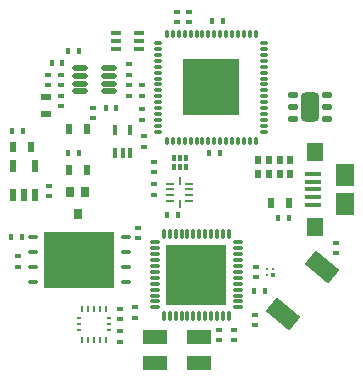
<source format=gtp>
%FSLAX24Y24*%
%MOIN*%
G70*
G01*
G75*
G04 Layer_Color=8421504*
%ADD10C,0.0100*%
G04:AMPARAMS|DCode=11|XSize=63mil|YSize=98.4mil|CornerRadius=15.7mil|HoleSize=0mil|Usage=FLASHONLY|Rotation=0.000|XOffset=0mil|YOffset=0mil|HoleType=Round|Shape=RoundedRectangle|*
%AMROUNDEDRECTD11*
21,1,0.0630,0.0669,0,0,0.0*
21,1,0.0315,0.0984,0,0,0.0*
1,1,0.0315,0.0157,-0.0335*
1,1,0.0315,-0.0157,-0.0335*
1,1,0.0315,-0.0157,0.0335*
1,1,0.0315,0.0157,0.0335*
%
%ADD11ROUNDEDRECTD11*%
G04:AMPARAMS|DCode=12|XSize=33.5mil|YSize=17.7mil|CornerRadius=4.4mil|HoleSize=0mil|Usage=FLASHONLY|Rotation=0.000|XOffset=0mil|YOffset=0mil|HoleType=Round|Shape=RoundedRectangle|*
%AMROUNDEDRECTD12*
21,1,0.0335,0.0089,0,0,0.0*
21,1,0.0246,0.0177,0,0,0.0*
1,1,0.0089,0.0123,-0.0044*
1,1,0.0089,-0.0123,-0.0044*
1,1,0.0089,-0.0123,0.0044*
1,1,0.0089,0.0123,0.0044*
%
%ADD12ROUNDEDRECTD12*%
%ADD13O,0.0335X0.0110*%
%ADD14O,0.0110X0.0335*%
%ADD15R,0.2028X0.2028*%
%ADD16R,0.1850X0.1850*%
%ADD17O,0.0110X0.0315*%
%ADD18O,0.0315X0.0110*%
%ADD19O,0.0276X0.0098*%
%ADD20O,0.0098X0.0276*%
%ADD21O,0.0532X0.0177*%
%ADD22R,0.0142X0.0142*%
%ADD23R,0.0110X0.0110*%
G04:AMPARAMS|DCode=24|XSize=59.1mil|YSize=102.4mil|CornerRadius=0mil|HoleSize=0mil|Usage=FLASHONLY|Rotation=230.000|XOffset=0mil|YOffset=0mil|HoleType=Round|Shape=Rectangle|*
%AMROTATEDRECTD24*
4,1,4,-0.0202,0.0555,0.0582,-0.0103,0.0202,-0.0555,-0.0582,0.0103,-0.0202,0.0555,0.0*
%
%ADD24ROTATEDRECTD24*%

%ADD25R,0.0551X0.0630*%
%ADD26R,0.0630X0.0748*%
%ADD27R,0.0532X0.0157*%
%ADD28R,0.0138X0.0098*%
%ADD29R,0.0098X0.0187*%
%ADD30R,0.0217X0.0394*%
%ADD31R,0.0118X0.0193*%
%ADD32R,0.0118X0.0209*%
%ADD33R,0.0787X0.0472*%
%ADD34R,0.0335X0.0157*%
%ADD35R,0.0157X0.0335*%
%ADD36R,0.0276X0.0354*%
%ADD37R,0.0197X0.0315*%
%ADD38O,0.0315X0.0157*%
%ADD39R,0.2362X0.1890*%
%ADD40R,0.0236X0.0157*%
%ADD41R,0.0197X0.0354*%
%ADD42R,0.0157X0.0236*%
%ADD43R,0.0354X0.0197*%
%ADD44C,0.0060*%
%ADD45C,0.0050*%
%ADD46C,0.0120*%
%ADD47C,0.0181*%
%ADD48C,0.0080*%
%ADD49C,0.0150*%
%ADD50C,0.1260*%
%ADD51C,0.0630*%
%ADD52C,0.0180*%
%ADD53C,0.0197*%
%ADD54C,0.0276*%
%ADD55C,0.0260*%
%ADD56C,0.0220*%
%ADD57C,0.0200*%
%ADD58R,0.0236X0.0610*%
%ADD59R,0.0472X0.0709*%
%ADD60R,0.0591X0.0236*%
%ADD61R,0.0236X0.0591*%
%ADD62R,0.0512X0.0217*%
%ADD63R,0.1299X0.1299*%
%ADD64O,0.0315X0.0098*%
%ADD65O,0.0098X0.0315*%
%ADD66C,0.0098*%
%ADD67C,0.0039*%
%ADD68C,0.0079*%
%ADD69C,0.0047*%
G04:AMPARAMS|DCode=70|XSize=43.3mil|YSize=55.1mil|CornerRadius=0mil|HoleSize=0mil|Usage=FLASHONLY|Rotation=230.000|XOffset=0mil|YOffset=0mil|HoleType=Round|Shape=Rectangle|*
%AMROTATEDRECTD70*
4,1,4,-0.0072,0.0343,0.0350,-0.0011,0.0072,-0.0343,-0.0350,0.0011,-0.0072,0.0343,0.0*
%
%ADD70ROTATEDRECTD70*%

D11*
X4450Y2750D02*
D03*
D12*
X3879Y3144D02*
D03*
Y2750D02*
D03*
X5021Y3144D02*
D03*
Y2750D02*
D03*
X3879Y2356D02*
D03*
X5021D02*
D03*
D13*
X2028Y-3933D02*
D03*
Y-3736D02*
D03*
Y-3539D02*
D03*
Y-3342D02*
D03*
Y-3145D02*
D03*
Y-2948D02*
D03*
Y-2752D02*
D03*
Y-2555D02*
D03*
Y-2358D02*
D03*
Y-2161D02*
D03*
Y-1964D02*
D03*
Y-1767D02*
D03*
X-728D02*
D03*
Y-1964D02*
D03*
Y-2161D02*
D03*
Y-2358D02*
D03*
Y-2555D02*
D03*
Y-2752D02*
D03*
Y-2948D02*
D03*
Y-3145D02*
D03*
Y-3342D02*
D03*
Y-3539D02*
D03*
Y-3736D02*
D03*
Y-3933D02*
D03*
D14*
X1733Y-1472D02*
D03*
X1536D02*
D03*
X1339D02*
D03*
X1142D02*
D03*
X945D02*
D03*
X748D02*
D03*
X552D02*
D03*
X355D02*
D03*
X158D02*
D03*
X-39D02*
D03*
X-236D02*
D03*
X-433D02*
D03*
Y-4228D02*
D03*
X-236D02*
D03*
X-39D02*
D03*
X158D02*
D03*
X355D02*
D03*
X552D02*
D03*
X748D02*
D03*
X945D02*
D03*
X1142D02*
D03*
X1339D02*
D03*
X1536D02*
D03*
X1733D02*
D03*
D15*
X650Y-2850D02*
D03*
D16*
X1150Y3400D02*
D03*
D17*
X-326Y5172D02*
D03*
X-130D02*
D03*
X67D02*
D03*
X264D02*
D03*
X461D02*
D03*
X658D02*
D03*
X855D02*
D03*
X1052D02*
D03*
X1248D02*
D03*
X1445D02*
D03*
X1642D02*
D03*
X1839D02*
D03*
X2036D02*
D03*
X2233D02*
D03*
X2430D02*
D03*
X2626D02*
D03*
Y1628D02*
D03*
X2430D02*
D03*
X2233D02*
D03*
X2036D02*
D03*
X1839D02*
D03*
X1642D02*
D03*
X1445D02*
D03*
X1248D02*
D03*
X1052D02*
D03*
X855D02*
D03*
X658D02*
D03*
X461D02*
D03*
X264D02*
D03*
X67D02*
D03*
X-130D02*
D03*
X-326D02*
D03*
D18*
X2922Y4876D02*
D03*
Y4680D02*
D03*
Y4483D02*
D03*
Y4286D02*
D03*
Y4089D02*
D03*
Y3892D02*
D03*
Y3695D02*
D03*
Y3498D02*
D03*
Y3302D02*
D03*
Y3105D02*
D03*
Y2908D02*
D03*
Y2711D02*
D03*
Y2514D02*
D03*
Y2317D02*
D03*
Y2120D02*
D03*
Y1924D02*
D03*
X-622D02*
D03*
Y2120D02*
D03*
Y2317D02*
D03*
Y2514D02*
D03*
Y2711D02*
D03*
Y2908D02*
D03*
Y3105D02*
D03*
Y3302D02*
D03*
Y3498D02*
D03*
Y3695D02*
D03*
Y3892D02*
D03*
Y4089D02*
D03*
Y4286D02*
D03*
Y4483D02*
D03*
Y4680D02*
D03*
Y4876D02*
D03*
D19*
X415Y-395D02*
D03*
Y-198D02*
D03*
Y-2D02*
D03*
Y195D02*
D03*
X-215D02*
D03*
Y-2D02*
D03*
Y-198D02*
D03*
Y-395D02*
D03*
D20*
X100Y294D02*
D03*
Y-494D02*
D03*
D21*
X-2258Y3266D02*
D03*
Y3522D02*
D03*
Y3778D02*
D03*
Y4034D02*
D03*
X-3242Y3266D02*
D03*
Y3522D02*
D03*
Y3778D02*
D03*
Y4034D02*
D03*
D22*
X3200Y-2850D02*
D03*
D23*
Y-2650D02*
D03*
X3000D02*
D03*
Y-2850D02*
D03*
D24*
X3534Y-4146D02*
D03*
X4837Y-2593D02*
D03*
D25*
X4616Y-1260D02*
D03*
Y1260D02*
D03*
D26*
X5600Y-472D02*
D03*
Y472D02*
D03*
D27*
X4547Y0D02*
D03*
Y256D02*
D03*
Y512D02*
D03*
Y-256D02*
D03*
Y-512D02*
D03*
D28*
X-2248Y-4303D02*
D03*
Y-4500D02*
D03*
Y-4697D02*
D03*
X-3252D02*
D03*
Y-4500D02*
D03*
Y-4303D02*
D03*
D29*
X-2356Y-5017D02*
D03*
X-2553D02*
D03*
X-2750D02*
D03*
X-2947D02*
D03*
X-3144D02*
D03*
Y-3983D02*
D03*
X-2947D02*
D03*
X-2750D02*
D03*
X-2553D02*
D03*
X-2356D02*
D03*
D30*
X-5474Y792D02*
D03*
X-4726D02*
D03*
Y-192D02*
D03*
X-5100D02*
D03*
X-5474D02*
D03*
D31*
X297Y752D02*
D03*
X100D02*
D03*
X-97D02*
D03*
Y1048D02*
D03*
X100D02*
D03*
D32*
X297Y1040D02*
D03*
D33*
X728Y-5783D02*
D03*
X-728D02*
D03*
Y-4917D02*
D03*
X728D02*
D03*
D34*
X-2024Y4950D02*
D03*
X-1276Y4694D02*
D03*
Y4950D02*
D03*
Y5206D02*
D03*
X-2024D02*
D03*
Y4694D02*
D03*
D35*
X-2056Y1974D02*
D03*
X-1544D02*
D03*
Y1226D02*
D03*
X-1800D02*
D03*
X-2056D02*
D03*
D36*
X-3044Y-76D02*
D03*
X-3556D02*
D03*
X-3300Y-824D02*
D03*
D37*
X3781Y986D02*
D03*
X3427D02*
D03*
X3073D02*
D03*
X2718D02*
D03*
Y514D02*
D03*
X3073D02*
D03*
X3427D02*
D03*
X3781D02*
D03*
D38*
X-4805Y-1600D02*
D03*
Y-2100D02*
D03*
Y-2600D02*
D03*
Y-3100D02*
D03*
X-1695D02*
D03*
Y-2600D02*
D03*
Y-2100D02*
D03*
Y-1600D02*
D03*
D39*
X-3250Y-2350D02*
D03*
D40*
X-4250Y127D02*
D03*
Y-227D02*
D03*
X-750Y177D02*
D03*
Y-177D02*
D03*
X-1150Y2677D02*
D03*
Y2323D02*
D03*
X-3850Y2773D02*
D03*
Y3127D02*
D03*
X5300Y-2127D02*
D03*
Y-1773D02*
D03*
X-2800Y2727D02*
D03*
Y2373D02*
D03*
X-1100Y1777D02*
D03*
Y1423D02*
D03*
X-1600Y3477D02*
D03*
Y3123D02*
D03*
X-3850Y3827D02*
D03*
Y3473D02*
D03*
X-1150Y3477D02*
D03*
Y3123D02*
D03*
X-4300Y3827D02*
D03*
Y3473D02*
D03*
X-5300Y-2223D02*
D03*
Y-2577D02*
D03*
X-1300Y-1273D02*
D03*
Y-1627D02*
D03*
X-1900Y-5077D02*
D03*
Y-4723D02*
D03*
X-1400Y-4277D02*
D03*
Y-3923D02*
D03*
X-1900Y-4327D02*
D03*
Y-3973D02*
D03*
X1400Y-4673D02*
D03*
Y-5027D02*
D03*
X1900D02*
D03*
Y-4673D02*
D03*
X2600Y-4527D02*
D03*
Y-4173D02*
D03*
X2650Y-2927D02*
D03*
Y-2573D02*
D03*
X-750Y927D02*
D03*
Y573D02*
D03*
X0Y5573D02*
D03*
Y5927D02*
D03*
X400Y5573D02*
D03*
Y5927D02*
D03*
X-1600Y4177D02*
D03*
Y3823D02*
D03*
D41*
X-5445Y1400D02*
D03*
X-4855D02*
D03*
X3745Y-450D02*
D03*
X3155D02*
D03*
X-3595Y650D02*
D03*
X-3005D02*
D03*
X-3595Y2000D02*
D03*
X-3005D02*
D03*
D42*
X-2377Y2700D02*
D03*
X-2023D02*
D03*
X-3627Y4600D02*
D03*
X-3273D02*
D03*
X-3823Y4200D02*
D03*
X-4177D02*
D03*
X-5527Y-1600D02*
D03*
X-5173D02*
D03*
X2573Y-3400D02*
D03*
X2927D02*
D03*
X3373Y-950D02*
D03*
X3727D02*
D03*
X1073Y1200D02*
D03*
X1427D02*
D03*
X-327Y-850D02*
D03*
X27D02*
D03*
X-3273Y1200D02*
D03*
X-3627D02*
D03*
X-5141Y1940D02*
D03*
X-5496D02*
D03*
X1527Y5600D02*
D03*
X1173D02*
D03*
D43*
X-4350Y3095D02*
D03*
Y2505D02*
D03*
M02*

</source>
